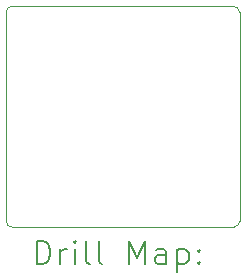
<source format=gbr>
%TF.GenerationSoftware,KiCad,Pcbnew,8.0.5*%
%TF.CreationDate,2024-09-21T15:57:50+02:00*%
%TF.ProjectId,BMA400-breakout,424d4134-3030-42d6-9272-65616b6f7574,rev?*%
%TF.SameCoordinates,Original*%
%TF.FileFunction,Drillmap*%
%TF.FilePolarity,Positive*%
%FSLAX45Y45*%
G04 Gerber Fmt 4.5, Leading zero omitted, Abs format (unit mm)*
G04 Created by KiCad (PCBNEW 8.0.5) date 2024-09-21 15:57:50*
%MOMM*%
%LPD*%
G01*
G04 APERTURE LIST*
%ADD10C,0.050000*%
%ADD11C,0.200000*%
G04 APERTURE END LIST*
D10*
X9833000Y-8246000D02*
G75*
G02*
X9783000Y-8196000I0J50000D01*
G01*
X11759000Y-8196000D02*
G75*
G02*
X11709000Y-8246000I-50000J0D01*
G01*
X9783000Y-6426000D02*
G75*
G02*
X9833000Y-6376000I50000J0D01*
G01*
X11709000Y-6376000D02*
G75*
G02*
X11759000Y-6426000I0J-50000D01*
G01*
X9783000Y-8196000D02*
X9783000Y-6426000D01*
X11709000Y-8246000D02*
X9833000Y-8246000D01*
X11759000Y-6426000D02*
X11759000Y-8196000D01*
X9833000Y-6376000D02*
X11709000Y-6376000D01*
D11*
X10041277Y-8559984D02*
X10041277Y-8359984D01*
X10041277Y-8359984D02*
X10088896Y-8359984D01*
X10088896Y-8359984D02*
X10117467Y-8369508D01*
X10117467Y-8369508D02*
X10136515Y-8388555D01*
X10136515Y-8388555D02*
X10146039Y-8407603D01*
X10146039Y-8407603D02*
X10155563Y-8445698D01*
X10155563Y-8445698D02*
X10155563Y-8474270D01*
X10155563Y-8474270D02*
X10146039Y-8512365D01*
X10146039Y-8512365D02*
X10136515Y-8531412D01*
X10136515Y-8531412D02*
X10117467Y-8550460D01*
X10117467Y-8550460D02*
X10088896Y-8559984D01*
X10088896Y-8559984D02*
X10041277Y-8559984D01*
X10241277Y-8559984D02*
X10241277Y-8426650D01*
X10241277Y-8464746D02*
X10250801Y-8445698D01*
X10250801Y-8445698D02*
X10260324Y-8436174D01*
X10260324Y-8436174D02*
X10279372Y-8426650D01*
X10279372Y-8426650D02*
X10298420Y-8426650D01*
X10365086Y-8559984D02*
X10365086Y-8426650D01*
X10365086Y-8359984D02*
X10355563Y-8369508D01*
X10355563Y-8369508D02*
X10365086Y-8379031D01*
X10365086Y-8379031D02*
X10374610Y-8369508D01*
X10374610Y-8369508D02*
X10365086Y-8359984D01*
X10365086Y-8359984D02*
X10365086Y-8379031D01*
X10488896Y-8559984D02*
X10469848Y-8550460D01*
X10469848Y-8550460D02*
X10460324Y-8531412D01*
X10460324Y-8531412D02*
X10460324Y-8359984D01*
X10593658Y-8559984D02*
X10574610Y-8550460D01*
X10574610Y-8550460D02*
X10565086Y-8531412D01*
X10565086Y-8531412D02*
X10565086Y-8359984D01*
X10822229Y-8559984D02*
X10822229Y-8359984D01*
X10822229Y-8359984D02*
X10888896Y-8502841D01*
X10888896Y-8502841D02*
X10955563Y-8359984D01*
X10955563Y-8359984D02*
X10955563Y-8559984D01*
X11136515Y-8559984D02*
X11136515Y-8455222D01*
X11136515Y-8455222D02*
X11126991Y-8436174D01*
X11126991Y-8436174D02*
X11107944Y-8426650D01*
X11107944Y-8426650D02*
X11069848Y-8426650D01*
X11069848Y-8426650D02*
X11050801Y-8436174D01*
X11136515Y-8550460D02*
X11117467Y-8559984D01*
X11117467Y-8559984D02*
X11069848Y-8559984D01*
X11069848Y-8559984D02*
X11050801Y-8550460D01*
X11050801Y-8550460D02*
X11041277Y-8531412D01*
X11041277Y-8531412D02*
X11041277Y-8512365D01*
X11041277Y-8512365D02*
X11050801Y-8493317D01*
X11050801Y-8493317D02*
X11069848Y-8483793D01*
X11069848Y-8483793D02*
X11117467Y-8483793D01*
X11117467Y-8483793D02*
X11136515Y-8474270D01*
X11231753Y-8426650D02*
X11231753Y-8626650D01*
X11231753Y-8436174D02*
X11250801Y-8426650D01*
X11250801Y-8426650D02*
X11288896Y-8426650D01*
X11288896Y-8426650D02*
X11307943Y-8436174D01*
X11307943Y-8436174D02*
X11317467Y-8445698D01*
X11317467Y-8445698D02*
X11326991Y-8464746D01*
X11326991Y-8464746D02*
X11326991Y-8521889D01*
X11326991Y-8521889D02*
X11317467Y-8540936D01*
X11317467Y-8540936D02*
X11307943Y-8550460D01*
X11307943Y-8550460D02*
X11288896Y-8559984D01*
X11288896Y-8559984D02*
X11250801Y-8559984D01*
X11250801Y-8559984D02*
X11231753Y-8550460D01*
X11412705Y-8540936D02*
X11422229Y-8550460D01*
X11422229Y-8550460D02*
X11412705Y-8559984D01*
X11412705Y-8559984D02*
X11403182Y-8550460D01*
X11403182Y-8550460D02*
X11412705Y-8540936D01*
X11412705Y-8540936D02*
X11412705Y-8559984D01*
X11412705Y-8436174D02*
X11422229Y-8445698D01*
X11422229Y-8445698D02*
X11412705Y-8455222D01*
X11412705Y-8455222D02*
X11403182Y-8445698D01*
X11403182Y-8445698D02*
X11412705Y-8436174D01*
X11412705Y-8436174D02*
X11412705Y-8455222D01*
M02*

</source>
